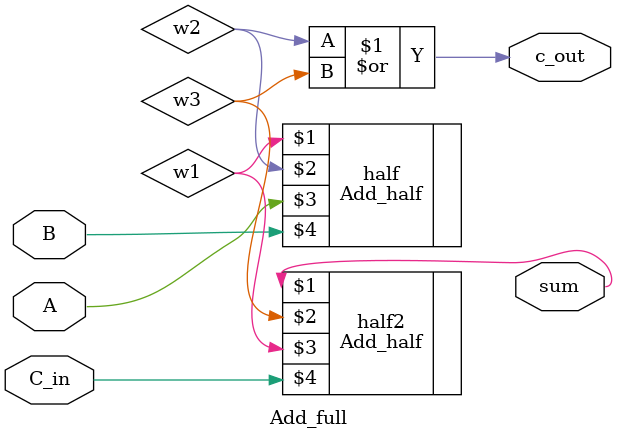
<source format=v>

module Add_full (
    output sum, c_out,
    input A, B, C_in
);
    wire w1, w2, w3;

    Add_half half(w1, w2, A, B);
    Add_half half2(sum, w3, w1, C_in);

    or       M1(c_out, w2, w3);
endmodule
</source>
